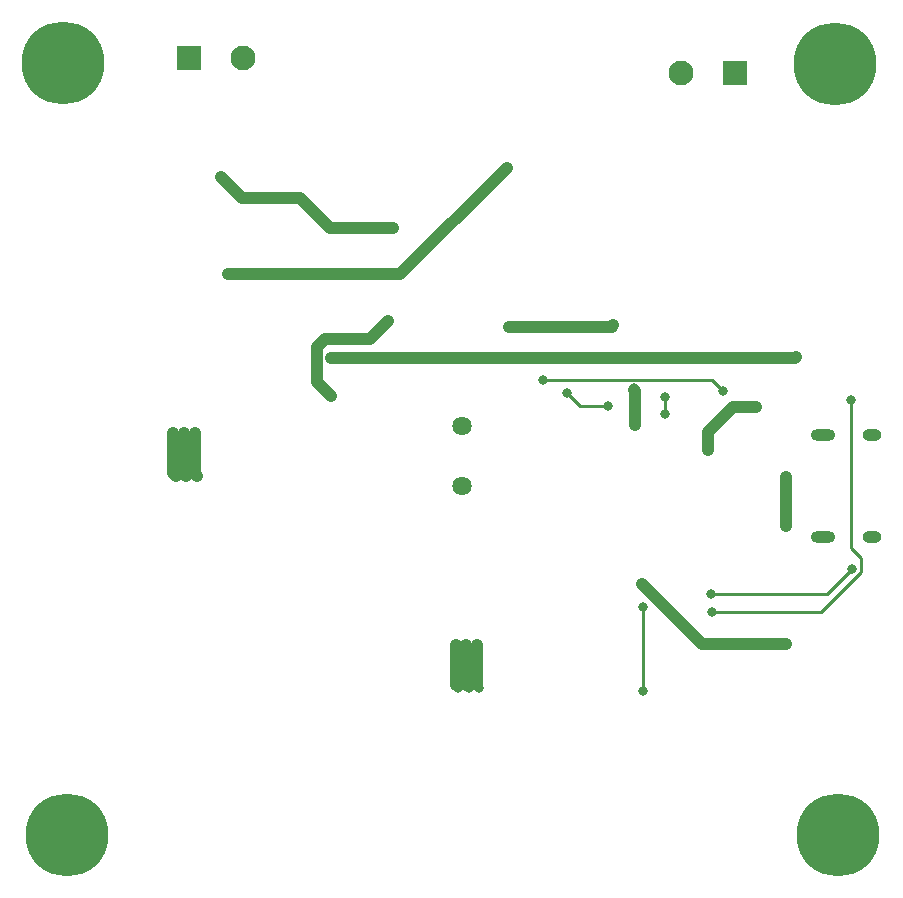
<source format=gbr>
G04 #@! TF.GenerationSoftware,KiCad,Pcbnew,7.0.11-7.0.11~ubuntu22.04.1*
G04 #@! TF.CreationDate,2024-10-06T14:21:28+01:00*
G04 #@! TF.ProjectId,jubileev2,6a756269-6c65-4657-9632-2e6b69636164,rev?*
G04 #@! TF.SameCoordinates,Original*
G04 #@! TF.FileFunction,Copper,L2,Bot*
G04 #@! TF.FilePolarity,Positive*
%FSLAX46Y46*%
G04 Gerber Fmt 4.6, Leading zero omitted, Abs format (unit mm)*
G04 Created by KiCad (PCBNEW 7.0.11-7.0.11~ubuntu22.04.1) date 2024-10-06 14:21:28*
%MOMM*%
%LPD*%
G01*
G04 APERTURE LIST*
G04 Aperture macros list*
%AMRoundRect*
0 Rectangle with rounded corners*
0 $1 Rounding radius*
0 $2 $3 $4 $5 $6 $7 $8 $9 X,Y pos of 4 corners*
0 Add a 4 corners polygon primitive as box body*
4,1,4,$2,$3,$4,$5,$6,$7,$8,$9,$2,$3,0*
0 Add four circle primitives for the rounded corners*
1,1,$1+$1,$2,$3*
1,1,$1+$1,$4,$5*
1,1,$1+$1,$6,$7*
1,1,$1+$1,$8,$9*
0 Add four rect primitives between the rounded corners*
20,1,$1+$1,$2,$3,$4,$5,0*
20,1,$1+$1,$4,$5,$6,$7,0*
20,1,$1+$1,$6,$7,$8,$9,0*
20,1,$1+$1,$8,$9,$2,$3,0*%
G04 Aperture macros list end*
G04 #@! TA.AperFunction,ComponentPad*
%ADD10RoundRect,0.249999X-0.800001X-0.800001X0.800001X-0.800001X0.800001X0.800001X-0.800001X0.800001X0*%
G04 #@! TD*
G04 #@! TA.AperFunction,ComponentPad*
%ADD11C,2.100000*%
G04 #@! TD*
G04 #@! TA.AperFunction,ComponentPad*
%ADD12RoundRect,0.249999X0.800001X0.800001X-0.800001X0.800001X-0.800001X-0.800001X0.800001X-0.800001X0*%
G04 #@! TD*
G04 #@! TA.AperFunction,ComponentPad*
%ADD13C,3.900000*%
G04 #@! TD*
G04 #@! TA.AperFunction,ConnectorPad*
%ADD14C,7.000000*%
G04 #@! TD*
G04 #@! TA.AperFunction,ComponentPad*
%ADD15C,1.638000*%
G04 #@! TD*
G04 #@! TA.AperFunction,ComponentPad*
%ADD16O,2.100000X1.000000*%
G04 #@! TD*
G04 #@! TA.AperFunction,ComponentPad*
%ADD17O,1.600000X1.000000*%
G04 #@! TD*
G04 #@! TA.AperFunction,ViaPad*
%ADD18C,0.800000*%
G04 #@! TD*
G04 #@! TA.AperFunction,Conductor*
%ADD19C,1.000000*%
G04 #@! TD*
G04 #@! TA.AperFunction,Conductor*
%ADD20C,0.250000*%
G04 #@! TD*
G04 APERTURE END LIST*
D10*
G04 #@! TO.P,J3,1,Pin_1*
G04 #@! TO.N,Net-(J3-Pin_1)*
X55880000Y-58420000D03*
D11*
G04 #@! TO.P,J3,2,Pin_2*
G04 #@! TO.N,Net-(J3-Pin_2)*
X60480000Y-58420000D03*
G04 #@! TD*
D12*
G04 #@! TO.P,SW3,1,1*
G04 #@! TO.N,Net-(R8-Pad2)*
X102108000Y-59690000D03*
D11*
G04 #@! TO.P,SW3,2,2*
G04 #@! TO.N,GND*
X97508000Y-59690000D03*
G04 #@! TD*
D13*
G04 #@! TO.P,H1,1,1*
G04 #@! TO.N,GND*
X45212000Y-58801000D03*
D14*
X45212000Y-58801000D03*
G04 #@! TD*
D13*
G04 #@! TO.P,H2,1,1*
G04 #@! TO.N,GND*
X110871000Y-124206000D03*
D14*
X110871000Y-124206000D03*
G04 #@! TD*
D13*
G04 #@! TO.P,H3,1,1*
G04 #@! TO.N,GND*
X110568000Y-58928000D03*
D14*
X110568000Y-58928000D03*
G04 #@! TD*
D13*
G04 #@! TO.P,H4,1,1*
G04 #@! TO.N,GND*
X45593000Y-124206000D03*
D14*
X45593000Y-124206000D03*
G04 #@! TD*
D15*
G04 #@! TO.P,S2,1*
G04 #@! TO.N,GND*
X78968000Y-94653000D03*
G04 #@! TO.P,S2,2*
G04 #@! TO.N,EN*
X78968000Y-89548000D03*
G04 #@! TD*
D16*
G04 #@! TO.P,USB1,13,SHIELD*
G04 #@! TO.N,GND*
X109568000Y-98953000D03*
D17*
X113748000Y-98953000D03*
D16*
X109568000Y-90313000D03*
D17*
X113748000Y-90313000D03*
G04 #@! TD*
D18*
G04 #@! TO.N,+3V3*
X103868000Y-87953000D03*
X107315000Y-83693000D03*
X99868000Y-91553000D03*
X67945000Y-83820000D03*
G04 #@! TO.N,EN*
X101068000Y-86578000D03*
X85868000Y-85653000D03*
G04 #@! TO.N,DTR*
X96168000Y-88578000D03*
X96168000Y-87128000D03*
G04 #@! TO.N,LED_RING*
X82804000Y-67691000D03*
X59182000Y-76708000D03*
G04 #@! TO.N,GND*
X91821000Y-81026000D03*
X93568000Y-86353000D03*
X72771000Y-80645000D03*
X54568000Y-90153000D03*
X78473950Y-108116350D03*
X67818000Y-72771000D03*
X67437000Y-82169000D03*
X94334851Y-104892075D03*
X79373950Y-108116350D03*
X80473950Y-111716350D03*
X61668000Y-70253000D03*
X55668000Y-93753000D03*
X78673950Y-111716350D03*
X54768000Y-93753000D03*
X82968000Y-81153000D03*
X80273950Y-108116350D03*
X73152000Y-72771000D03*
X56368000Y-90153000D03*
X79573950Y-111716350D03*
X56568000Y-93753000D03*
X67945000Y-86995000D03*
X94343932Y-111993603D03*
X55468000Y-90153000D03*
X58618000Y-68453000D03*
X93668000Y-89453000D03*
G04 #@! TO.N,IO0*
X87868000Y-86753000D03*
X91368000Y-87853000D03*
G04 #@! TO.N,Net-(Q2-D)*
X106475986Y-107996915D03*
X94275185Y-102951615D03*
G04 #@! TO.N,Net-(F1-Pad1)*
X106468000Y-98053000D03*
X106468000Y-93853000D03*
G04 #@! TO.N,CC1*
X100105883Y-103786101D03*
X112055316Y-101656529D03*
G04 #@! TO.N,CC2*
X100154960Y-105320859D03*
X111951926Y-87368726D03*
G04 #@! TD*
D19*
G04 #@! TO.N,+3V3*
X99868000Y-91553000D02*
X99868000Y-90053000D01*
X107188000Y-83820000D02*
X107315000Y-83693000D01*
X101968000Y-87953000D02*
X103868000Y-87953000D01*
X99868000Y-90053000D02*
X101968000Y-87953000D01*
X67945000Y-83820000D02*
X107188000Y-83820000D01*
D20*
G04 #@! TO.N,EN*
X85893001Y-85627999D02*
X100117999Y-85627999D01*
X100117999Y-85627999D02*
X100143000Y-85653000D01*
X101068000Y-86578000D02*
X100143000Y-85653000D01*
X85868000Y-85653000D02*
X85893001Y-85627999D01*
G04 #@! TO.N,DTR*
X96168000Y-88578000D02*
X96168000Y-87128000D01*
D19*
G04 #@! TO.N,LED_RING*
X73787000Y-76708000D02*
X82804000Y-67691000D01*
X59182000Y-76708000D02*
X73787000Y-76708000D01*
G04 #@! TO.N,GND*
X79373950Y-108116350D02*
X79373950Y-111516350D01*
X91694000Y-81153000D02*
X91821000Y-81026000D01*
X67437000Y-82169000D02*
X66744990Y-82861010D01*
X67818000Y-72771000D02*
X73152000Y-72771000D01*
X66744990Y-85794990D02*
X67945000Y-86995000D01*
X56368000Y-93553000D02*
X56568000Y-93753000D01*
X54568000Y-93553000D02*
X54768000Y-93753000D01*
X55468000Y-93553000D02*
X55668000Y-93753000D01*
X66744990Y-82861010D02*
X66744990Y-85794990D01*
X60418000Y-70253000D02*
X58618000Y-68453000D01*
X56368000Y-90153000D02*
X56368000Y-93553000D01*
X61668000Y-70253000D02*
X65300000Y-70253000D01*
D20*
X94334851Y-111984522D02*
X94343932Y-111993603D01*
D19*
X93668000Y-89453000D02*
X93668000Y-86578010D01*
X54568000Y-90153000D02*
X54568000Y-93553000D01*
X82968000Y-81153000D02*
X91694000Y-81153000D01*
X61668000Y-70253000D02*
X60418000Y-70253000D01*
X80273950Y-108116350D02*
X80273950Y-111516350D01*
D20*
X94334851Y-104892075D02*
X94334851Y-111984522D01*
D19*
X71247000Y-82169000D02*
X72771000Y-80645000D01*
X78473950Y-108116350D02*
X78473950Y-111516350D01*
X55468000Y-90153000D02*
X55468000Y-93553000D01*
X67437000Y-82169000D02*
X71247000Y-82169000D01*
X65300000Y-70253000D02*
X67818000Y-72771000D01*
X93668000Y-86578010D02*
X93568000Y-86478010D01*
D20*
G04 #@! TO.N,IO0*
X88968000Y-87853000D02*
X91368000Y-87853000D01*
X87868000Y-86753000D02*
X88968000Y-87853000D01*
D19*
G04 #@! TO.N,Net-(Q2-D)*
X106475986Y-107996915D02*
X99320485Y-107996915D01*
X99320485Y-107996915D02*
X94275185Y-102951615D01*
G04 #@! TO.N,Net-(F1-Pad1)*
X106468000Y-98053000D02*
X106468000Y-93853000D01*
D20*
G04 #@! TO.N,CC1*
X109925744Y-103786101D02*
X112055316Y-101656529D01*
X100105883Y-103786101D02*
X109925744Y-103786101D01*
G04 #@! TO.N,CC2*
X112780316Y-100721586D02*
X111951926Y-99893196D01*
X112780316Y-101956834D02*
X112780316Y-100721586D01*
X111951926Y-99893196D02*
X111951926Y-87368726D01*
X109416291Y-105320859D02*
X112780316Y-101956834D01*
X100154960Y-105320859D02*
X109416291Y-105320859D01*
G04 #@! TD*
M02*

</source>
